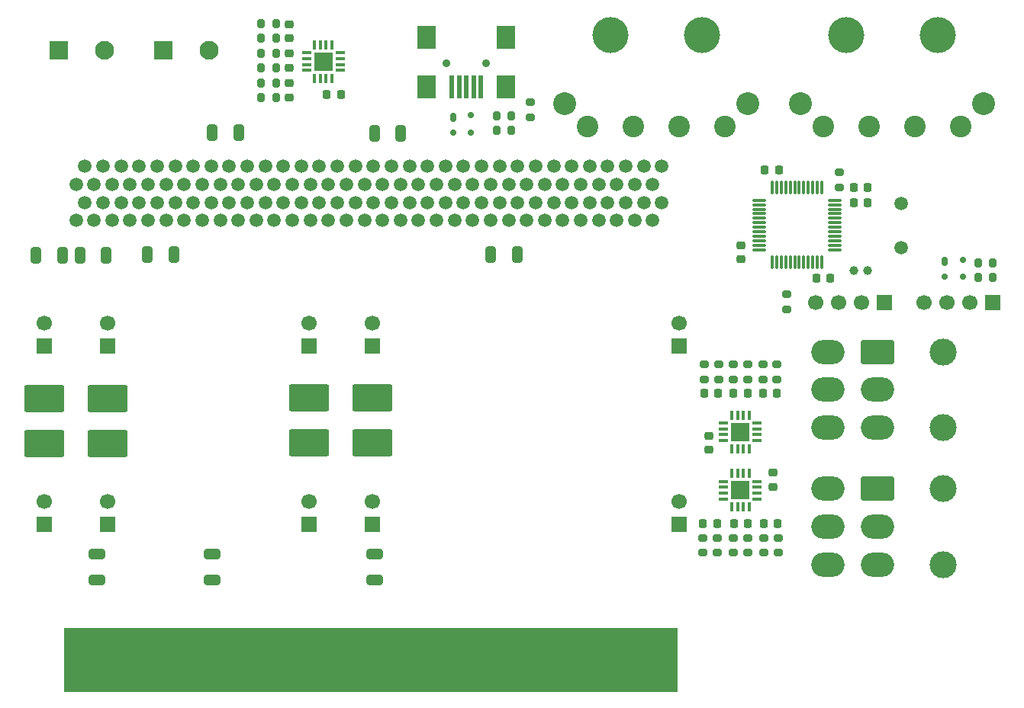
<source format=gbr>
%TF.GenerationSoftware,KiCad,Pcbnew,9.0.1*%
%TF.CreationDate,2025-05-06T20:53:02+02:00*%
%TF.ProjectId,apm,61706d2e-6b69-4636-9164-5f7063625858,rev?*%
%TF.SameCoordinates,Original*%
%TF.FileFunction,Soldermask,Top*%
%TF.FilePolarity,Negative*%
%FSLAX46Y46*%
G04 Gerber Fmt 4.6, Leading zero omitted, Abs format (unit mm)*
G04 Created by KiCad (PCBNEW 9.0.1) date 2025-05-06 20:53:02*
%MOMM*%
%LPD*%
G01*
G04 APERTURE LIST*
G04 Aperture macros list*
%AMRoundRect*
0 Rectangle with rounded corners*
0 $1 Rounding radius*
0 $2 $3 $4 $5 $6 $7 $8 $9 X,Y pos of 4 corners*
0 Add a 4 corners polygon primitive as box body*
4,1,4,$2,$3,$4,$5,$6,$7,$8,$9,$2,$3,0*
0 Add four circle primitives for the rounded corners*
1,1,$1+$1,$2,$3*
1,1,$1+$1,$4,$5*
1,1,$1+$1,$6,$7*
1,1,$1+$1,$8,$9*
0 Add four rect primitives between the rounded corners*
20,1,$1+$1,$2,$3,$4,$5,0*
20,1,$1+$1,$4,$5,$6,$7,0*
20,1,$1+$1,$6,$7,$8,$9,0*
20,1,$1+$1,$8,$9,$2,$3,0*%
%AMFreePoly0*
4,1,27,0.545019,1.545046,0.545046,1.545019,0.545050,1.545000,0.545050,-1.545000,0.545046,-1.545019,0.545019,-1.545046,0.545000,-1.545050,0.300500,-1.545050,0.300500,-4.315000,0.300462,-4.315191,0.300191,-4.315462,0.300000,-4.315500,-0.300000,-4.315500,-0.300191,-4.315462,-0.300462,-4.315191,-0.300500,-4.315000,-0.300500,-1.545050,-0.545000,-1.545050,-0.545019,-1.545046,-0.545046,-1.545019,
-0.545050,-1.545000,-0.545050,1.545000,-0.545046,1.545019,-0.545019,1.545046,-0.545000,1.545050,0.545000,1.545050,0.545019,1.545046,0.545019,1.545046,$1*%
%AMFreePoly1*
4,1,27,0.300191,4.550462,0.300462,4.550191,0.300500,4.550000,0.300500,1.310500,0.545000,1.310500,0.545191,1.310462,0.545462,1.310191,0.545500,1.310000,0.545500,-1.310000,0.545462,-1.310191,0.545191,-1.310462,0.545000,-1.310500,-0.545000,-1.310500,-0.545191,-1.310462,-0.545462,-1.310191,-0.545500,-1.310000,-0.545500,1.310000,-0.545462,1.310191,-0.545191,1.310462,-0.545000,1.310500,
-0.300500,1.310500,-0.300500,4.550000,-0.300462,4.550191,-0.300191,4.550462,-0.300000,4.550500,0.300000,4.550500,0.300191,4.550462,0.300191,4.550462,$1*%
G04 Aperture macros list end*
%ADD10C,0.010000*%
%ADD11C,1.000000*%
%ADD12RoundRect,0.200000X-0.200000X-0.275000X0.200000X-0.275000X0.200000X0.275000X-0.200000X0.275000X0*%
%ADD13RoundRect,0.225000X0.250000X-0.225000X0.250000X0.225000X-0.250000X0.225000X-0.250000X-0.225000X0*%
%ADD14RoundRect,0.250001X-0.799999X-0.799999X0.799999X-0.799999X0.799999X0.799999X-0.799999X0.799999X0*%
%ADD15C,2.100000*%
%ADD16C,2.540000*%
%ADD17C,4.000000*%
%ADD18C,2.400000*%
%ADD19R,1.700000X1.700000*%
%ADD20C,1.700000*%
%ADD21RoundRect,0.225000X-0.225000X-0.250000X0.225000X-0.250000X0.225000X0.250000X-0.225000X0.250000X0*%
%ADD22RoundRect,0.250000X0.650000X-0.325000X0.650000X0.325000X-0.650000X0.325000X-0.650000X-0.325000X0*%
%ADD23C,1.520000*%
%ADD24RoundRect,0.200000X-0.275000X0.200000X-0.275000X-0.200000X0.275000X-0.200000X0.275000X0.200000X0*%
%ADD25RoundRect,0.200000X0.200000X0.275000X-0.200000X0.275000X-0.200000X-0.275000X0.200000X-0.275000X0*%
%ADD26RoundRect,0.225000X-0.250000X0.225000X-0.250000X-0.225000X0.250000X-0.225000X0.250000X0.225000X0*%
%ADD27RoundRect,0.250000X0.325000X0.650000X-0.325000X0.650000X-0.325000X-0.650000X0.325000X-0.650000X0*%
%ADD28RoundRect,0.250000X-0.325000X-0.650000X0.325000X-0.650000X0.325000X0.650000X-0.325000X0.650000X0*%
%ADD29RoundRect,0.200000X0.275000X-0.200000X0.275000X0.200000X-0.275000X0.200000X-0.275000X-0.200000X0*%
%ADD30RoundRect,0.225000X0.225000X0.250000X-0.225000X0.250000X-0.225000X-0.250000X0.225000X-0.250000X0*%
%ADD31RoundRect,0.087500X0.087500X-0.425000X0.087500X0.425000X-0.087500X0.425000X-0.087500X-0.425000X0*%
%ADD32RoundRect,0.087500X0.425000X-0.087500X0.425000X0.087500X-0.425000X0.087500X-0.425000X-0.087500X0*%
%ADD33R,2.100000X2.100000*%
%ADD34C,3.000000*%
%ADD35RoundRect,0.250001X-1.599999X1.099999X-1.599999X-1.099999X1.599999X-1.099999X1.599999X1.099999X0*%
%ADD36O,3.700000X2.700000*%
%ADD37C,1.500000*%
%ADD38RoundRect,0.175000X-0.175000X-0.325000X0.175000X-0.325000X0.175000X0.325000X-0.175000X0.325000X0*%
%ADD39RoundRect,0.150000X-0.200000X-0.150000X0.200000X-0.150000X0.200000X0.150000X-0.200000X0.150000X0*%
%ADD40FreePoly0,0.000000*%
%ADD41FreePoly1,0.000000*%
%ADD42RoundRect,0.075000X0.662500X0.075000X-0.662500X0.075000X-0.662500X-0.075000X0.662500X-0.075000X0*%
%ADD43RoundRect,0.075000X0.075000X0.662500X-0.075000X0.662500X-0.075000X-0.662500X0.075000X-0.662500X0*%
%ADD44RoundRect,0.087500X0.425000X0.087500X-0.425000X0.087500X-0.425000X-0.087500X0.425000X-0.087500X0*%
%ADD45RoundRect,0.087500X0.087500X0.425000X-0.087500X0.425000X-0.087500X-0.425000X0.087500X-0.425000X0*%
%ADD46RoundRect,0.250001X1.974999X-1.262499X1.974999X1.262499X-1.974999X1.262499X-1.974999X-1.262499X0*%
%ADD47C,0.900000*%
%ADD48R,0.500000X2.500000*%
%ADD49R,2.000000X2.500000*%
%ADD50RoundRect,0.087500X-0.425000X-0.087500X0.425000X-0.087500X0.425000X0.087500X-0.425000X0.087500X0*%
%ADD51RoundRect,0.087500X-0.087500X-0.425000X0.087500X-0.425000X0.087500X0.425000X-0.087500X0.425000X0*%
G04 APERTURE END LIST*
D10*
%TO.C,J201*%
X151475000Y-111080000D02*
X83475000Y-111080000D01*
X83475000Y-104050000D01*
X151475000Y-104050000D01*
X151475000Y-111080000D01*
G36*
X151475000Y-111080000D02*
G01*
X83475000Y-111080000D01*
X83475000Y-104050000D01*
X151475000Y-104050000D01*
X151475000Y-111080000D01*
G37*
%TD*%
D11*
%TO.C,Y502*%
X172600000Y-64400000D03*
X171100000Y-64400000D03*
%TD*%
D12*
%TO.C,R501*%
X131475000Y-48800000D03*
X133125000Y-48800000D03*
%TD*%
D13*
%TO.C,C403*%
X108487500Y-45112500D03*
X108487500Y-43562500D03*
%TD*%
D14*
%TO.C,J306*%
X94520000Y-39900000D03*
D15*
X99600000Y-39900000D03*
%TD*%
D16*
%TO.C,J304*%
X165200000Y-45800000D03*
D17*
X170280000Y-38180000D03*
X180440000Y-38180000D03*
D16*
X185520000Y-45800000D03*
D18*
X182980000Y-48340000D03*
X177900000Y-48340000D03*
X172820000Y-48340000D03*
X167740000Y-48340000D03*
%TD*%
D19*
%TO.C,J502*%
X186480000Y-67900000D03*
D20*
X183940000Y-67900000D03*
X181400000Y-67900000D03*
X178860000Y-67900000D03*
%TD*%
D21*
%TO.C,C408*%
X157750000Y-78000000D03*
X159300000Y-78000000D03*
%TD*%
D22*
%TO.C,C204*%
X87100000Y-98775000D03*
X87100000Y-95825000D03*
%TD*%
D23*
%TO.C,J202*%
X84800000Y-54800000D03*
X85800000Y-52800000D03*
X86800000Y-54800000D03*
X87800000Y-52800000D03*
X88800000Y-54800000D03*
X89800000Y-52800000D03*
X90800000Y-54800000D03*
X91800000Y-52800000D03*
X92800000Y-54800000D03*
X93800000Y-52800000D03*
X94800000Y-54800000D03*
X95800000Y-52800000D03*
X96800000Y-54800000D03*
X97800000Y-52800000D03*
X98800000Y-54800000D03*
X99800000Y-52800000D03*
X100800000Y-54800000D03*
X101800000Y-52800000D03*
X102800000Y-54800000D03*
X103800000Y-52800000D03*
X104800000Y-54800000D03*
X105800000Y-52800000D03*
X106800000Y-54800000D03*
X107800000Y-52800000D03*
X108800000Y-54800000D03*
X109800000Y-52800000D03*
X110800000Y-54800000D03*
X111800000Y-52800000D03*
X112800000Y-54800000D03*
X113800000Y-52800000D03*
X114800000Y-54800000D03*
X115800000Y-52800000D03*
X116800000Y-54800000D03*
X117800000Y-52800000D03*
X118800000Y-54800000D03*
X119800000Y-52800000D03*
X120800000Y-54800000D03*
X121800000Y-52800000D03*
X122800000Y-54800000D03*
X123800000Y-52800000D03*
X124800000Y-54800000D03*
X125800000Y-52800000D03*
X126800000Y-54800000D03*
X127800000Y-52800000D03*
X128800000Y-54800000D03*
X129800000Y-52800000D03*
X130800000Y-54800000D03*
X131800000Y-52800000D03*
X132800000Y-54800000D03*
X133800000Y-52800000D03*
X134800000Y-54800000D03*
X135800000Y-52800000D03*
X136800000Y-54800000D03*
X137800000Y-52800000D03*
X138800000Y-54800000D03*
X139800000Y-52800000D03*
X140800000Y-54800000D03*
X141800000Y-52800000D03*
X142800000Y-54800000D03*
X143800000Y-52800000D03*
X144800000Y-54800000D03*
X145800000Y-52800000D03*
X146800000Y-54800000D03*
X147800000Y-52800000D03*
X148800000Y-54800000D03*
X149800000Y-52800000D03*
X84800000Y-58800000D03*
X85800000Y-56800000D03*
X86800000Y-58800000D03*
X87800000Y-56800000D03*
X88800000Y-58800000D03*
X89800000Y-56800000D03*
X90800000Y-58800000D03*
X91800000Y-56800000D03*
X92800000Y-58800000D03*
X93800000Y-56800000D03*
X94800000Y-58800000D03*
X95800000Y-56800000D03*
X96800000Y-58800000D03*
X97800000Y-56800000D03*
X98800000Y-58800000D03*
X99800000Y-56800000D03*
X100800000Y-58800000D03*
X101800000Y-56800000D03*
X102800000Y-58800000D03*
X103800000Y-56800000D03*
X104800000Y-58800000D03*
X105800000Y-56800000D03*
X106800000Y-58800000D03*
X107800000Y-56800000D03*
X108800000Y-58800000D03*
X109800000Y-56800000D03*
X110800000Y-58800000D03*
X111800000Y-56800000D03*
X112800000Y-58800000D03*
X113800000Y-56800000D03*
X114800000Y-58800000D03*
X115800000Y-56800000D03*
X116800000Y-58800000D03*
X117800000Y-56800000D03*
X118800000Y-58800000D03*
X119800000Y-56800000D03*
X120800000Y-58800000D03*
X121800000Y-56800000D03*
X122800000Y-58800000D03*
X123800000Y-56800000D03*
X124800000Y-58800000D03*
X125800000Y-56800000D03*
X126800000Y-58800000D03*
X127800000Y-56800000D03*
X128800000Y-58800000D03*
X129800000Y-56800000D03*
X130800000Y-58800000D03*
X131800000Y-56800000D03*
X132800000Y-58800000D03*
X133800000Y-56800000D03*
X134800000Y-58800000D03*
X135800000Y-56800000D03*
X136800000Y-58800000D03*
X137800000Y-56800000D03*
X138800000Y-58800000D03*
X139800000Y-56800000D03*
X140800000Y-58800000D03*
X141800000Y-56800000D03*
X142800000Y-58800000D03*
X143800000Y-56800000D03*
X144800000Y-58800000D03*
X145800000Y-56800000D03*
X146800000Y-58800000D03*
X147800000Y-56800000D03*
X148800000Y-58800000D03*
X149800000Y-56800000D03*
%TD*%
D24*
%TO.C,R427*%
X156100000Y-74775000D03*
X156100000Y-76425000D03*
%TD*%
D25*
%TO.C,R507*%
X186525000Y-65100000D03*
X184875000Y-65100000D03*
%TD*%
D14*
%TO.C,J305*%
X82920000Y-39900000D03*
D15*
X88000000Y-39900000D03*
%TD*%
D26*
%TO.C,C412*%
X162100000Y-86825000D03*
X162100000Y-88375000D03*
%TD*%
D27*
%TO.C,C211*%
X88175000Y-62700000D03*
X85225000Y-62700000D03*
%TD*%
D28*
%TO.C,C208*%
X99925000Y-49000000D03*
X102875000Y-49000000D03*
%TD*%
D29*
%TO.C,R419*%
X157725000Y-95725000D03*
X157725000Y-94075000D03*
%TD*%
D24*
%TO.C,R426*%
X154500000Y-74775000D03*
X154500000Y-76425000D03*
%TD*%
D29*
%TO.C,R416*%
X155925000Y-95725000D03*
X155925000Y-94075000D03*
%TD*%
D12*
%TO.C,R415*%
X105362500Y-43562500D03*
X107012500Y-43562500D03*
%TD*%
D30*
%TO.C,C406*%
X162675000Y-92500000D03*
X161125000Y-92500000D03*
%TD*%
D31*
%TO.C,U401*%
X111250000Y-43000000D03*
X111900000Y-43000000D03*
X112550000Y-43000000D03*
X113200000Y-43000000D03*
D32*
X114087500Y-42112500D03*
X114087500Y-41462500D03*
X114087500Y-40812500D03*
X114087500Y-40162500D03*
D31*
X113200000Y-39275000D03*
X112550000Y-39275000D03*
X111900000Y-39275000D03*
X111250000Y-39275000D03*
D32*
X110362500Y-40162500D03*
X110362500Y-40812500D03*
X110362500Y-41462500D03*
X110362500Y-42112500D03*
D33*
X112225000Y-41137500D03*
%TD*%
D21*
%TO.C,C409*%
X154525000Y-78000000D03*
X156075000Y-78000000D03*
%TD*%
D34*
%TO.C,J302*%
X181000000Y-73400000D03*
X181000000Y-81800000D03*
D35*
X173700000Y-73400000D03*
D36*
X173700000Y-77600000D03*
X173700000Y-81800000D03*
X168200000Y-73400000D03*
X168200000Y-77600000D03*
X168200000Y-81800000D03*
%TD*%
D24*
%TO.C,R425*%
X159350000Y-74775000D03*
X159350000Y-76425000D03*
%TD*%
D13*
%TO.C,C402*%
X108487500Y-41812500D03*
X108487500Y-40262500D03*
%TD*%
D12*
%TO.C,R413*%
X105362500Y-40237500D03*
X107012500Y-40237500D03*
%TD*%
D37*
%TO.C,Y501*%
X176400000Y-56950000D03*
X176400000Y-61830000D03*
%TD*%
D22*
%TO.C,C202*%
X99900000Y-98775000D03*
X99900000Y-95825000D03*
%TD*%
D30*
%TO.C,C404*%
X155925000Y-92500000D03*
X154375000Y-92500000D03*
%TD*%
D38*
%TO.C,D503*%
X181200000Y-63350000D03*
D39*
X181200000Y-65050000D03*
X183200000Y-65050000D03*
X183200000Y-63150000D03*
%TD*%
D29*
%TO.C,R421*%
X161125000Y-95725000D03*
X161125000Y-94075000D03*
%TD*%
D30*
%TO.C,C405*%
X159325000Y-92500000D03*
X157775000Y-92500000D03*
%TD*%
D24*
%TO.C,R424*%
X157750000Y-74775000D03*
X157750000Y-76425000D03*
%TD*%
D21*
%TO.C,C407*%
X161050000Y-78000000D03*
X162600000Y-78000000D03*
%TD*%
%TO.C,C505*%
X161225000Y-53200000D03*
X162775000Y-53200000D03*
%TD*%
D12*
%TO.C,R502*%
X131475000Y-47200000D03*
X133125000Y-47200000D03*
%TD*%
D40*
%TO.C,J201*%
X85070000Y-105600000D03*
D41*
X86065000Y-108605000D03*
D40*
X87060000Y-105600000D03*
D41*
X88055000Y-108605000D03*
D40*
X89050000Y-105600000D03*
D41*
X90045000Y-108605000D03*
D40*
X91040000Y-105600000D03*
D41*
X92035000Y-108605000D03*
D40*
X93030000Y-105600000D03*
D41*
X94025000Y-108605000D03*
D40*
X95020000Y-105600000D03*
D41*
X96015000Y-108605000D03*
D40*
X97010000Y-105600000D03*
D41*
X98005000Y-108605000D03*
D40*
X99000000Y-105600000D03*
D41*
X99995000Y-108605000D03*
D40*
X100990000Y-105600000D03*
D41*
X101985000Y-108605000D03*
D40*
X102980000Y-105600000D03*
D41*
X103975000Y-108605000D03*
D40*
X104970000Y-105600000D03*
D41*
X109945000Y-108605000D03*
D40*
X110940000Y-105600000D03*
D41*
X111935000Y-108605000D03*
D40*
X112930000Y-105600000D03*
D41*
X113925000Y-108605000D03*
D40*
X114920000Y-105600000D03*
D41*
X115915000Y-108605000D03*
D40*
X116910000Y-105600000D03*
D41*
X117905000Y-108605000D03*
D40*
X118900000Y-105600000D03*
D41*
X119895000Y-108605000D03*
D40*
X120890000Y-105600000D03*
D41*
X121885000Y-108605000D03*
D40*
X122880000Y-105600000D03*
D41*
X123875000Y-108605000D03*
D40*
X124870000Y-105600000D03*
D41*
X129845000Y-108605000D03*
D40*
X130840000Y-105600000D03*
D41*
X131835000Y-108605000D03*
D40*
X132830000Y-105600000D03*
D41*
X133825000Y-108605000D03*
D40*
X134820000Y-105600000D03*
D41*
X135815000Y-108605000D03*
D40*
X136810000Y-105600000D03*
D41*
X137805000Y-108605000D03*
D40*
X138800000Y-105600000D03*
D41*
X139795000Y-108605000D03*
D40*
X140790000Y-105600000D03*
D41*
X141785000Y-108605000D03*
D40*
X142780000Y-105600000D03*
D41*
X143775000Y-108605000D03*
D40*
X144770000Y-105600000D03*
D41*
X145765000Y-108605000D03*
D40*
X146760000Y-105600000D03*
D41*
X147755000Y-108605000D03*
D40*
X148750000Y-105600000D03*
D41*
X149745000Y-108605000D03*
%TD*%
D42*
%TO.C,U502*%
X168962500Y-62050000D03*
X168962500Y-61550000D03*
X168962500Y-61050000D03*
X168962500Y-60550000D03*
X168962500Y-60050000D03*
X168962500Y-59550000D03*
X168962500Y-59050000D03*
X168962500Y-58550000D03*
X168962500Y-58050000D03*
X168962500Y-57550000D03*
X168962500Y-57050000D03*
X168962500Y-56550000D03*
D43*
X167550000Y-55137500D03*
X167050000Y-55137500D03*
X166550000Y-55137500D03*
X166050000Y-55137500D03*
X165550000Y-55137500D03*
X165050000Y-55137500D03*
X164550000Y-55137500D03*
X164050000Y-55137500D03*
X163550000Y-55137500D03*
X163050000Y-55137500D03*
X162550000Y-55137500D03*
X162050000Y-55137500D03*
D42*
X160637500Y-56550000D03*
X160637500Y-57050000D03*
X160637500Y-57550000D03*
X160637500Y-58050000D03*
X160637500Y-58550000D03*
X160637500Y-59050000D03*
X160637500Y-59550000D03*
X160637500Y-60050000D03*
X160637500Y-60550000D03*
X160637500Y-61050000D03*
X160637500Y-61550000D03*
X160637500Y-62050000D03*
D43*
X162050000Y-63462500D03*
X162550000Y-63462500D03*
X163050000Y-63462500D03*
X163550000Y-63462500D03*
X164050000Y-63462500D03*
X164550000Y-63462500D03*
X165050000Y-63462500D03*
X165550000Y-63462500D03*
X166050000Y-63462500D03*
X166550000Y-63462500D03*
X167050000Y-63462500D03*
X167550000Y-63462500D03*
%TD*%
D16*
%TO.C,J303*%
X138980000Y-45800000D03*
D17*
X144060000Y-38180000D03*
X154220000Y-38180000D03*
D16*
X159300000Y-45800000D03*
D18*
X156760000Y-48340000D03*
X151680000Y-48340000D03*
X146600000Y-48340000D03*
X141520000Y-48340000D03*
%TD*%
D21*
%TO.C,C512*%
X171125000Y-55100000D03*
X172675000Y-55100000D03*
%TD*%
D13*
%TO.C,C504*%
X158600000Y-63075000D03*
X158600000Y-61525000D03*
%TD*%
D29*
%TO.C,R511*%
X163675000Y-68650000D03*
X163675000Y-67000000D03*
%TD*%
D19*
%TO.C,J503*%
X174480000Y-67900000D03*
D20*
X171940000Y-67900000D03*
X169400000Y-67900000D03*
X166860000Y-67900000D03*
%TD*%
D28*
%TO.C,C207*%
X80325000Y-62700000D03*
X83275000Y-62700000D03*
%TD*%
D29*
%TO.C,R504*%
X169500000Y-55125000D03*
X169500000Y-53475000D03*
%TD*%
%TO.C,R418*%
X159325000Y-95725000D03*
X159325000Y-94075000D03*
%TD*%
D30*
%TO.C,C506*%
X168500000Y-65200000D03*
X166950000Y-65200000D03*
%TD*%
D24*
%TO.C,R423*%
X162600000Y-74775000D03*
X162600000Y-76425000D03*
%TD*%
D28*
%TO.C,C210*%
X117900000Y-49100000D03*
X120850000Y-49100000D03*
%TD*%
%TO.C,C212*%
X92750000Y-62600000D03*
X95700000Y-62600000D03*
%TD*%
%TO.C,C209*%
X130825000Y-62600000D03*
X133775000Y-62600000D03*
%TD*%
D24*
%TO.C,R422*%
X161000000Y-74775000D03*
X161000000Y-76425000D03*
%TD*%
D44*
%TO.C,U402*%
X160387500Y-89737500D03*
X160387500Y-89087500D03*
X160387500Y-88437500D03*
X160387500Y-87787500D03*
D45*
X159500000Y-86900000D03*
X158850000Y-86900000D03*
X158200000Y-86900000D03*
X157550000Y-86900000D03*
D44*
X156662500Y-87787500D03*
X156662500Y-88437500D03*
X156662500Y-89087500D03*
X156662500Y-89737500D03*
D45*
X157550000Y-90625000D03*
X158200000Y-90625000D03*
X158850000Y-90625000D03*
X159500000Y-90625000D03*
D33*
X158525000Y-88762500D03*
%TD*%
D30*
%TO.C,C410*%
X114175000Y-44800000D03*
X112625000Y-44800000D03*
%TD*%
D46*
%TO.C,R403*%
X81300000Y-83612500D03*
X81300000Y-78587500D03*
%TD*%
D12*
%TO.C,R411*%
X105362500Y-36962500D03*
X107012500Y-36962500D03*
%TD*%
D34*
%TO.C,J301*%
X181000000Y-88600000D03*
X181000000Y-97000000D03*
D35*
X173700000Y-88600000D03*
D36*
X173700000Y-92800000D03*
X173700000Y-97000000D03*
X168200000Y-88600000D03*
X168200000Y-92800000D03*
X168200000Y-97000000D03*
%TD*%
D21*
%TO.C,C507*%
X171125000Y-56800000D03*
X172675000Y-56800000D03*
%TD*%
D22*
%TO.C,C203*%
X117900000Y-98775000D03*
X117900000Y-95825000D03*
%TD*%
D12*
%TO.C,R414*%
X105362500Y-45162500D03*
X107012500Y-45162500D03*
%TD*%
%TO.C,R412*%
X105362500Y-41837500D03*
X107012500Y-41837500D03*
%TD*%
D29*
%TO.C,R417*%
X154325000Y-95725000D03*
X154325000Y-94075000D03*
%TD*%
D12*
%TO.C,R410*%
X105362500Y-38562500D03*
X107012500Y-38562500D03*
%TD*%
D47*
%TO.C,J501*%
X130325000Y-41325000D03*
X125925000Y-41325000D03*
D48*
X129725000Y-43925000D03*
X128925000Y-43925000D03*
X128125000Y-43925000D03*
X127325000Y-43925000D03*
X126525000Y-43925000D03*
D49*
X132525000Y-43925000D03*
X132525000Y-38425000D03*
X123725000Y-43925000D03*
X123725000Y-38425000D03*
%TD*%
D38*
%TO.C,D501*%
X126625000Y-47300000D03*
D39*
X126625000Y-49000000D03*
X128625000Y-49000000D03*
X128625000Y-47100000D03*
%TD*%
D29*
%TO.C,R505*%
X135200000Y-47325000D03*
X135200000Y-45675000D03*
%TD*%
D13*
%TO.C,C401*%
X108487500Y-38562500D03*
X108487500Y-37012500D03*
%TD*%
D50*
%TO.C,U403*%
X156662500Y-81300000D03*
X156662500Y-81950000D03*
X156662500Y-82600000D03*
X156662500Y-83250000D03*
D51*
X157550000Y-84137500D03*
X158200000Y-84137500D03*
X158850000Y-84137500D03*
X159500000Y-84137500D03*
D50*
X160387500Y-83250000D03*
X160387500Y-82600000D03*
X160387500Y-81950000D03*
X160387500Y-81300000D03*
D51*
X159500000Y-80412500D03*
X158850000Y-80412500D03*
X158200000Y-80412500D03*
X157550000Y-80412500D03*
D33*
X158525000Y-82275000D03*
%TD*%
D25*
%TO.C,R506*%
X186525000Y-63500000D03*
X184875000Y-63500000D03*
%TD*%
D46*
%TO.C,R405*%
X88300000Y-83612500D03*
X88300000Y-78587500D03*
%TD*%
%TO.C,R404*%
X117700000Y-83512500D03*
X117700000Y-78487500D03*
%TD*%
%TO.C,R406*%
X110700000Y-83512500D03*
X110700000Y-78487500D03*
%TD*%
D13*
%TO.C,C411*%
X155000000Y-84275000D03*
X155000000Y-82725000D03*
%TD*%
D29*
%TO.C,R420*%
X162725000Y-95725000D03*
X162725000Y-94075000D03*
%TD*%
D19*
%TO.C,J205*%
X117700000Y-72775000D03*
D20*
X117700000Y-70235000D03*
%TD*%
D19*
%TO.C,J204*%
X110700000Y-72775000D03*
D20*
X110700000Y-70235000D03*
%TD*%
D19*
%TO.C,J208*%
X81300000Y-92575000D03*
D20*
X81300000Y-90035000D03*
%TD*%
D19*
%TO.C,J209*%
X110700000Y-92575000D03*
D20*
X110700000Y-90035000D03*
%TD*%
D19*
%TO.C,J206*%
X88300000Y-72775000D03*
D20*
X88300000Y-70235000D03*
%TD*%
D19*
%TO.C,J210*%
X117700000Y-92575000D03*
D20*
X117700000Y-90035000D03*
%TD*%
D19*
%TO.C,J203*%
X81300000Y-72775000D03*
D20*
X81300000Y-70235000D03*
%TD*%
D19*
%TO.C,J207*%
X151700000Y-72775000D03*
D20*
X151700000Y-70235000D03*
%TD*%
D19*
%TO.C,J211*%
X88300000Y-92575000D03*
D20*
X88300000Y-90035000D03*
%TD*%
D19*
%TO.C,J212*%
X151700000Y-92575000D03*
D20*
X151700000Y-90035000D03*
%TD*%
M02*

</source>
